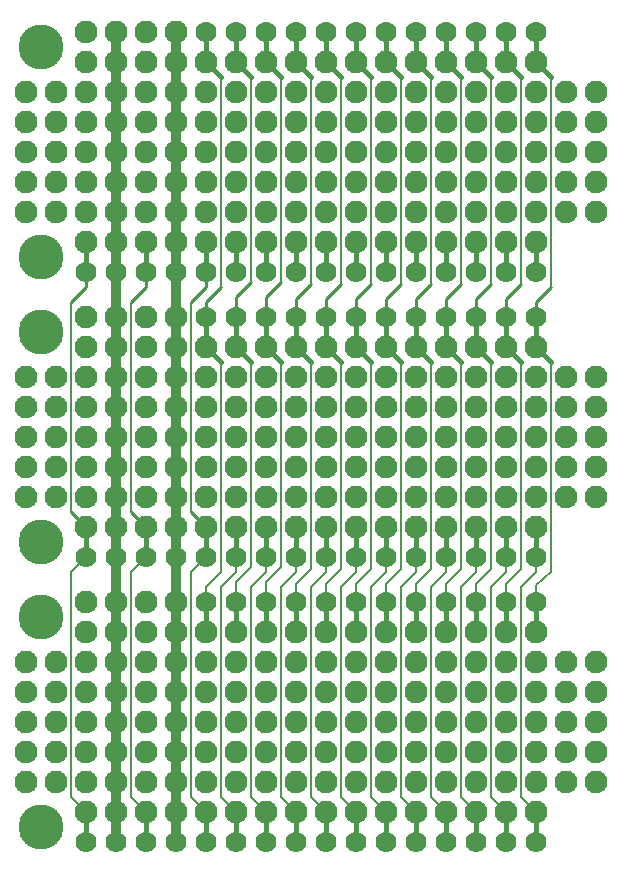
<source format=gbr>
G04 EAGLE Gerber RS-274X export*
G75*
%MOMM*%
%FSLAX34Y34*%
%LPD*%
%INBottom Copper*%
%IPPOS*%
%AMOC8*
5,1,8,0,0,1.08239X$1,22.5*%
G01*
%ADD10C,3.810000*%
%ADD11C,1.778000*%
%ADD12C,1.930400*%
%ADD13C,0.406400*%
%ADD14C,0.203200*%
%ADD15C,0.254000*%
%ADD16C,0.812800*%


D10*
X25400Y203200D03*
X25400Y25400D03*
D11*
X165100Y215900D03*
X190500Y215900D03*
X215900Y215900D03*
X241300Y215900D03*
X266700Y215900D03*
X292100Y215900D03*
X317500Y215900D03*
X342900Y215900D03*
X368300Y215900D03*
X393700Y215900D03*
X419100Y215900D03*
X444500Y215900D03*
X165100Y12700D03*
X190500Y12700D03*
X215900Y12700D03*
X241300Y12700D03*
X266700Y12700D03*
X292100Y12700D03*
X317500Y12700D03*
X342900Y12700D03*
X368300Y12700D03*
X393700Y12700D03*
X419100Y12700D03*
X444500Y12700D03*
X139700Y12700D03*
X114300Y12700D03*
X88900Y12700D03*
X63500Y12700D03*
D12*
X444500Y38100D03*
X419100Y38100D03*
X393700Y38100D03*
X368300Y38100D03*
X342900Y38100D03*
X317500Y38100D03*
X292100Y38100D03*
X266700Y38100D03*
X241300Y38100D03*
X215900Y38100D03*
X190500Y38100D03*
X165100Y38100D03*
X139700Y38100D03*
X114300Y38100D03*
X88900Y38100D03*
X63500Y38100D03*
X165100Y190500D03*
X190500Y190500D03*
X215900Y190500D03*
X241300Y190500D03*
X266700Y190500D03*
X292100Y190500D03*
X317500Y190500D03*
X342900Y190500D03*
X368300Y190500D03*
X393700Y190500D03*
X419100Y190500D03*
X444500Y190500D03*
D10*
X25400Y444500D03*
X25400Y266700D03*
D11*
X165100Y457200D03*
X190500Y457200D03*
X215900Y457200D03*
X241300Y457200D03*
X266700Y457200D03*
X292100Y457200D03*
X317500Y457200D03*
X342900Y457200D03*
X368300Y457200D03*
X393700Y457200D03*
X419100Y457200D03*
X444500Y457200D03*
X165100Y254000D03*
X190500Y254000D03*
X215900Y254000D03*
X241300Y254000D03*
X266700Y254000D03*
X292100Y254000D03*
X317500Y254000D03*
X342900Y254000D03*
X368300Y254000D03*
X393700Y254000D03*
X419100Y254000D03*
X444500Y254000D03*
X139700Y254000D03*
X114300Y254000D03*
X88900Y254000D03*
X63500Y254000D03*
D12*
X444500Y279400D03*
X419100Y279400D03*
X393700Y279400D03*
X368300Y279400D03*
X342900Y279400D03*
X317500Y279400D03*
X292100Y279400D03*
X266700Y279400D03*
X241300Y279400D03*
X215900Y279400D03*
X190500Y279400D03*
X165100Y279400D03*
X139700Y279400D03*
X114300Y279400D03*
X88900Y279400D03*
X63500Y279400D03*
X165100Y431800D03*
X190500Y431800D03*
X215900Y431800D03*
X241300Y431800D03*
X266700Y431800D03*
X292100Y431800D03*
X317500Y431800D03*
X342900Y431800D03*
X368300Y431800D03*
X393700Y431800D03*
X419100Y431800D03*
X444500Y431800D03*
X165100Y673100D03*
X190500Y673100D03*
X215900Y673100D03*
X241300Y673100D03*
X266700Y673100D03*
X292100Y673100D03*
X317500Y673100D03*
X342900Y673100D03*
X368300Y673100D03*
X393700Y673100D03*
X419100Y673100D03*
X444500Y673100D03*
X444500Y520700D03*
X419100Y520700D03*
X393700Y520700D03*
X368300Y520700D03*
X342900Y520700D03*
X317500Y520700D03*
X292100Y520700D03*
X266700Y520700D03*
X241300Y520700D03*
X215900Y520700D03*
X190500Y520700D03*
X165100Y520700D03*
X139700Y520700D03*
X114300Y520700D03*
X88900Y520700D03*
X63500Y520700D03*
D10*
X25400Y685800D03*
X25400Y508000D03*
D11*
X165100Y698500D03*
X190500Y698500D03*
X215900Y698500D03*
X241300Y698500D03*
X266700Y698500D03*
X292100Y698500D03*
X317500Y698500D03*
X342900Y698500D03*
X368300Y698500D03*
X393700Y698500D03*
X419100Y698500D03*
X444500Y698500D03*
X165100Y495300D03*
X190500Y495300D03*
X215900Y495300D03*
X241300Y495300D03*
X266700Y495300D03*
X292100Y495300D03*
X317500Y495300D03*
X342900Y495300D03*
X368300Y495300D03*
X393700Y495300D03*
X419100Y495300D03*
X444500Y495300D03*
X139700Y495300D03*
X114300Y495300D03*
X88900Y495300D03*
X63500Y495300D03*
D13*
X444500Y38100D02*
X444500Y12700D01*
X444500Y254000D02*
X444500Y279400D01*
D14*
X431800Y50800D02*
X444500Y38100D01*
X431800Y50800D02*
X431800Y228600D01*
X444500Y241300D01*
X444500Y254000D01*
D13*
X444500Y495300D02*
X444500Y520700D01*
X419100Y38100D02*
X419100Y12700D01*
X419100Y254000D02*
X419100Y279400D01*
D14*
X406400Y50800D02*
X419100Y38100D01*
X406400Y50800D02*
X406400Y228600D01*
X419100Y241300D01*
X419100Y254000D01*
D13*
X419100Y495300D02*
X419100Y520700D01*
X393700Y38100D02*
X393700Y12700D01*
X393700Y254000D02*
X393700Y279400D01*
D14*
X381000Y50800D02*
X393700Y38100D01*
X381000Y50800D02*
X381000Y228600D01*
X393700Y241300D01*
X393700Y254000D01*
D13*
X393700Y495300D02*
X393700Y520700D01*
X368300Y38100D02*
X368300Y12700D01*
X368300Y254000D02*
X368300Y279400D01*
D14*
X355600Y50800D02*
X368300Y38100D01*
X355600Y50800D02*
X355600Y228600D01*
X368300Y241300D01*
X368300Y254000D01*
D13*
X368300Y495300D02*
X368300Y520700D01*
X342900Y38100D02*
X342900Y12700D01*
X342900Y254000D02*
X342900Y279400D01*
D14*
X330200Y50800D02*
X342900Y38100D01*
X330200Y50800D02*
X330200Y228600D01*
X342900Y241300D01*
X342900Y254000D01*
D13*
X342900Y495300D02*
X342900Y520700D01*
X317500Y38100D02*
X317500Y12700D01*
X317500Y254000D02*
X317500Y279400D01*
D14*
X304800Y50800D02*
X317500Y38100D01*
X304800Y50800D02*
X304800Y228600D01*
X317500Y241300D01*
X317500Y254000D01*
D13*
X317500Y495300D02*
X317500Y520700D01*
X292100Y38100D02*
X292100Y12700D01*
X292100Y254000D02*
X292100Y279400D01*
D14*
X279400Y50800D02*
X292100Y38100D01*
X279400Y50800D02*
X279400Y228600D01*
X292100Y241300D01*
X292100Y254000D01*
D13*
X292100Y495300D02*
X292100Y520700D01*
X266700Y38100D02*
X266700Y12700D01*
X266700Y254000D02*
X266700Y279400D01*
D14*
X254000Y50800D02*
X266700Y38100D01*
X254000Y50800D02*
X254000Y228600D01*
X266700Y241300D01*
X266700Y254000D01*
D13*
X266700Y495300D02*
X266700Y520700D01*
X241300Y38100D02*
X241300Y12700D01*
X241300Y254000D02*
X241300Y279400D01*
D14*
X228600Y50800D02*
X241300Y38100D01*
X228600Y50800D02*
X228600Y228600D01*
X241300Y241300D01*
X241300Y254000D01*
D13*
X241300Y495300D02*
X241300Y520700D01*
X215900Y38100D02*
X215900Y12700D01*
X215900Y254000D02*
X215900Y279400D01*
D14*
X203200Y50800D02*
X215900Y38100D01*
X203200Y50800D02*
X203200Y228600D01*
X215900Y241300D01*
X215900Y254000D01*
D13*
X215900Y495300D02*
X215900Y520700D01*
X190500Y38100D02*
X190500Y12700D01*
X190500Y254000D02*
X190500Y279400D01*
D14*
X177800Y50800D02*
X190500Y38100D01*
X177800Y50800D02*
X177800Y228600D01*
X190500Y241300D01*
X190500Y254000D01*
D13*
X190500Y495300D02*
X190500Y520700D01*
X165100Y38100D02*
X165100Y12700D01*
X165100Y254000D02*
X165100Y279400D01*
D14*
X152400Y50800D02*
X165100Y38100D01*
X152400Y50800D02*
X152400Y241300D01*
X165100Y254000D01*
D13*
X165100Y495300D02*
X165100Y520700D01*
D15*
X152400Y292100D02*
X165100Y279400D01*
D14*
X152400Y292100D02*
X152400Y469900D01*
D15*
X165100Y482600D01*
X165100Y495300D01*
D16*
X139700Y38100D02*
X139700Y12700D01*
X139700Y38100D02*
X139700Y63500D01*
X139700Y88900D01*
X139700Y114300D01*
X139700Y139700D01*
X139700Y165100D01*
X139700Y190500D01*
X139700Y215900D01*
X139700Y254000D01*
X139700Y279400D01*
D12*
X139700Y63500D03*
X139700Y88900D03*
X139700Y114300D03*
X139700Y139700D03*
X139700Y165100D03*
X139700Y190500D03*
X139700Y215900D03*
D16*
X139700Y279400D02*
X139700Y304800D01*
D12*
X139700Y457200D03*
D16*
X139700Y330200D02*
X139700Y304800D01*
X139700Y330200D02*
X139700Y355600D01*
X139700Y381000D01*
X139700Y406400D01*
X139700Y431800D01*
X139700Y457200D01*
D12*
X139700Y431800D03*
X139700Y406400D03*
X139700Y381000D03*
X139700Y355600D03*
X139700Y330200D03*
X139700Y304800D03*
D16*
X139700Y520700D02*
X139700Y546100D01*
D12*
X139700Y698500D03*
D16*
X139700Y571500D02*
X139700Y546100D01*
X139700Y571500D02*
X139700Y596900D01*
X139700Y622300D01*
X139700Y647700D01*
X139700Y673100D01*
X139700Y698500D01*
D12*
X139700Y673100D03*
X139700Y647700D03*
X139700Y622300D03*
X139700Y596900D03*
X139700Y571500D03*
X139700Y546100D03*
D16*
X139700Y520700D02*
X139700Y495300D01*
X139700Y457200D01*
D13*
X114300Y38100D02*
X114300Y12700D01*
X114300Y254000D02*
X114300Y279400D01*
D14*
X101600Y50800D02*
X114300Y38100D01*
X101600Y50800D02*
X101600Y241300D01*
X114300Y254000D01*
D13*
X114300Y495300D02*
X114300Y520700D01*
D15*
X101600Y292100D02*
X114300Y279400D01*
D14*
X101600Y292100D02*
X101600Y469900D01*
D15*
X114300Y482600D01*
X114300Y495300D01*
D16*
X88900Y38100D02*
X88900Y12700D01*
X88900Y254000D02*
X88900Y279400D01*
X88900Y63500D02*
X88900Y38100D01*
X88900Y63500D02*
X88900Y88900D01*
D12*
X88900Y63500D03*
D16*
X88900Y88900D02*
X88900Y114300D01*
D12*
X88900Y88900D03*
D16*
X88900Y114300D02*
X88900Y139700D01*
D12*
X88900Y114300D03*
D16*
X88900Y139700D02*
X88900Y165100D01*
D12*
X88900Y139700D03*
D16*
X88900Y165100D02*
X88900Y190500D01*
D12*
X88900Y165100D03*
D16*
X88900Y190500D02*
X88900Y215900D01*
D12*
X88900Y190500D03*
D16*
X88900Y215900D02*
X88900Y254000D01*
D12*
X88900Y215900D03*
D16*
X88900Y279400D02*
X88900Y304800D01*
X88900Y330200D01*
D12*
X88900Y304800D03*
D16*
X88900Y330200D02*
X88900Y355600D01*
D12*
X88900Y330200D03*
D16*
X88900Y355600D02*
X88900Y381000D01*
D12*
X88900Y355600D03*
D16*
X88900Y381000D02*
X88900Y406400D01*
D12*
X88900Y381000D03*
D16*
X88900Y406400D02*
X88900Y431800D01*
D12*
X88900Y406400D03*
D16*
X88900Y431800D02*
X88900Y457200D01*
D12*
X88900Y431800D03*
X88900Y457200D03*
D16*
X88900Y520700D02*
X88900Y546100D01*
X88900Y571500D01*
D12*
X88900Y546100D03*
D16*
X88900Y571500D02*
X88900Y596900D01*
D12*
X88900Y571500D03*
D16*
X88900Y596900D02*
X88900Y622300D01*
D12*
X88900Y596900D03*
D16*
X88900Y622300D02*
X88900Y647700D01*
D12*
X88900Y622300D03*
D16*
X88900Y647700D02*
X88900Y673100D01*
D12*
X88900Y647700D03*
D16*
X88900Y673100D02*
X88900Y698500D01*
D12*
X88900Y673100D03*
X88900Y698500D03*
D16*
X88900Y520700D02*
X88900Y495300D01*
X88900Y457200D01*
D13*
X63500Y38100D02*
X63500Y12700D01*
X63500Y254000D02*
X63500Y279400D01*
D14*
X50800Y50800D02*
X63500Y38100D01*
X50800Y50800D02*
X50800Y241300D01*
X63500Y254000D01*
D13*
X63500Y495300D02*
X63500Y520700D01*
D15*
X50800Y292100D02*
X63500Y279400D01*
D14*
X50800Y292100D02*
X50800Y469900D01*
D15*
X63500Y482600D01*
X63500Y495300D01*
D13*
X165100Y215900D02*
X165100Y190500D01*
X165100Y431800D02*
X165100Y457200D01*
D14*
X177800Y241300D02*
X165100Y228600D01*
X165100Y215900D01*
X177800Y241300D02*
X177800Y419100D01*
D13*
X165100Y431800D01*
D14*
X177800Y482600D02*
X177800Y660400D01*
D13*
X165100Y673100D01*
X165100Y698500D01*
D15*
X177800Y482600D02*
X165100Y469900D01*
X165100Y457200D01*
D13*
X190500Y215900D02*
X190500Y190500D01*
X190500Y431800D02*
X190500Y457200D01*
D14*
X203200Y245110D02*
X190500Y232410D01*
X190500Y215900D01*
X203200Y245110D02*
X203200Y419100D01*
D13*
X190500Y431800D01*
D14*
X203200Y486410D02*
X203200Y660400D01*
D13*
X190500Y673100D01*
X190500Y698500D01*
D15*
X203200Y486410D02*
X190500Y473710D01*
X190500Y457200D01*
D13*
X215900Y215900D02*
X215900Y190500D01*
X215900Y431800D02*
X215900Y457200D01*
D14*
X215900Y232410D02*
X215900Y215900D01*
X215900Y232410D02*
X228600Y245110D01*
X228600Y419100D01*
D13*
X215900Y431800D01*
D14*
X228600Y486410D02*
X228600Y660400D01*
D13*
X215900Y673100D01*
X215900Y698500D01*
D15*
X228600Y486410D02*
X215900Y473710D01*
X215900Y457200D01*
D13*
X241300Y215900D02*
X241300Y190500D01*
X241300Y431800D02*
X241300Y457200D01*
D14*
X241300Y231140D02*
X241300Y215900D01*
X241300Y231140D02*
X254000Y243840D01*
X254000Y419100D01*
D13*
X241300Y431800D01*
D14*
X254000Y485140D02*
X254000Y660400D01*
D13*
X241300Y673100D01*
X241300Y698500D01*
D15*
X254000Y485140D02*
X241300Y472440D01*
X241300Y457200D01*
D13*
X266700Y215900D02*
X266700Y190500D01*
X266700Y431800D02*
X266700Y457200D01*
D14*
X266700Y231140D02*
X266700Y215900D01*
X266700Y231140D02*
X279400Y243840D01*
X279400Y419100D01*
D13*
X266700Y431800D01*
D14*
X279400Y485140D02*
X279400Y660400D01*
D13*
X266700Y673100D01*
X266700Y698500D01*
D15*
X279400Y485140D02*
X266700Y472440D01*
X266700Y457200D01*
D13*
X292100Y215900D02*
X292100Y190500D01*
X292100Y431800D02*
X292100Y457200D01*
D14*
X304800Y243840D02*
X292100Y231140D01*
X292100Y215900D01*
X304800Y243840D02*
X304800Y419100D01*
D13*
X292100Y431800D01*
D14*
X304800Y485140D02*
X304800Y660400D01*
D13*
X292100Y673100D01*
X292100Y698500D01*
D15*
X304800Y485140D02*
X292100Y472440D01*
X292100Y457200D01*
D13*
X317500Y215900D02*
X317500Y190500D01*
X317500Y431800D02*
X317500Y457200D01*
D14*
X317500Y231140D02*
X317500Y215900D01*
X317500Y231140D02*
X330200Y243840D01*
X330200Y419100D01*
D13*
X317500Y431800D01*
D14*
X330200Y485140D02*
X330200Y660400D01*
D13*
X317500Y673100D01*
X317500Y698500D01*
D15*
X330200Y485140D02*
X317500Y472440D01*
X317500Y457200D01*
D13*
X342900Y215900D02*
X342900Y190500D01*
X342900Y431800D02*
X342900Y457200D01*
D14*
X355600Y243840D02*
X342900Y231140D01*
X342900Y215900D01*
X355600Y243840D02*
X355600Y419100D01*
D13*
X342900Y431800D01*
D14*
X355600Y485140D02*
X355600Y660400D01*
D13*
X342900Y673100D01*
X342900Y698500D01*
D15*
X355600Y485140D02*
X342900Y472440D01*
X342900Y457200D01*
D13*
X368300Y215900D02*
X368300Y190500D01*
X368300Y431800D02*
X368300Y457200D01*
D14*
X368300Y231140D02*
X368300Y215900D01*
X368300Y231140D02*
X381000Y243840D01*
X381000Y419100D01*
D13*
X368300Y431800D01*
D14*
X381000Y485140D02*
X381000Y660400D01*
D13*
X368300Y673100D01*
X368300Y698500D01*
D15*
X381000Y485140D02*
X368300Y472440D01*
X368300Y457200D01*
D13*
X393700Y210820D02*
X393700Y190500D01*
D14*
X393700Y210820D02*
X393700Y215900D01*
D13*
X393700Y431800D02*
X393700Y457200D01*
D14*
X406400Y243840D02*
X393700Y231140D01*
X393700Y215900D01*
X406400Y243840D02*
X406400Y419100D01*
D13*
X393700Y431800D01*
D14*
X406400Y485140D02*
X406400Y660400D01*
D13*
X393700Y673100D01*
X393700Y698500D01*
D15*
X406400Y485140D02*
X393700Y472440D01*
X393700Y457200D01*
D13*
X419100Y215900D02*
X419100Y190500D01*
X419100Y431800D02*
X419100Y457200D01*
D14*
X431800Y243840D02*
X419100Y231140D01*
X419100Y215900D01*
X431800Y243840D02*
X431800Y419100D01*
D13*
X419100Y431800D01*
D14*
X431800Y485140D02*
X431800Y660400D01*
D13*
X419100Y673100D01*
X419100Y698500D01*
D15*
X431800Y485140D02*
X419100Y472440D01*
X419100Y457200D01*
D13*
X444500Y215900D02*
X444500Y190500D01*
X444500Y431800D02*
X444500Y457200D01*
D14*
X444500Y229870D02*
X444500Y215900D01*
X444500Y229870D02*
X457200Y241300D01*
X457200Y419100D01*
D13*
X444500Y431800D01*
D14*
X457200Y482600D02*
X457200Y660400D01*
D13*
X444500Y673100D01*
X444500Y698500D01*
D15*
X457200Y482600D02*
X444500Y469900D01*
X444500Y457200D01*
D12*
X63500Y63500D03*
X114300Y63500D03*
X114300Y88900D03*
X63500Y88900D03*
X63500Y114300D03*
X38100Y63500D03*
X12700Y63500D03*
X12700Y88900D03*
X38100Y88900D03*
X38100Y114300D03*
X12700Y114300D03*
X12700Y139700D03*
X38100Y139700D03*
X63500Y139700D03*
X114300Y139700D03*
X114300Y114300D03*
X12700Y165100D03*
X38100Y165100D03*
X63500Y165100D03*
X114300Y165100D03*
X114300Y215900D03*
X114300Y190500D03*
X63500Y215900D03*
X63500Y190500D03*
X165100Y63500D03*
X165100Y88900D03*
X165100Y114300D03*
X165100Y139700D03*
X165100Y165100D03*
X190500Y165100D03*
X190500Y139700D03*
X190500Y114300D03*
X190500Y88900D03*
X190500Y63500D03*
X215900Y63500D03*
X215900Y88900D03*
X215900Y114300D03*
X215900Y139700D03*
X215900Y165100D03*
X241300Y165100D03*
X241300Y139700D03*
X241300Y114300D03*
X241300Y88900D03*
X241300Y63500D03*
X266700Y63500D03*
X266700Y88900D03*
X266700Y114300D03*
X266700Y139700D03*
X266700Y165100D03*
X292100Y165100D03*
X292100Y139700D03*
X292100Y114300D03*
X292100Y88900D03*
X292100Y63500D03*
X317500Y63500D03*
X342900Y63500D03*
X368300Y63500D03*
X393700Y63500D03*
X419100Y63500D03*
X419100Y88900D03*
X419100Y114300D03*
X419100Y139700D03*
X419100Y165100D03*
X393700Y165100D03*
X393700Y139700D03*
X393700Y114300D03*
X393700Y88900D03*
X368300Y88900D03*
X368300Y114300D03*
X368300Y139700D03*
X368300Y165100D03*
X342900Y165100D03*
X342900Y139700D03*
X342900Y114300D03*
X342900Y88900D03*
X317500Y88900D03*
X317500Y114300D03*
X317500Y139700D03*
X317500Y165100D03*
X444500Y165100D03*
X444500Y139700D03*
X444500Y114300D03*
X444500Y88900D03*
X444500Y63500D03*
X469900Y63500D03*
X495300Y63500D03*
X495300Y88900D03*
X469900Y88900D03*
X469900Y114300D03*
X495300Y114300D03*
X495300Y139700D03*
X469900Y139700D03*
X469900Y165100D03*
X495300Y165100D03*
X444500Y304800D03*
X444500Y330200D03*
X444500Y355600D03*
X444500Y381000D03*
X444500Y406400D03*
X419100Y406400D03*
X419100Y381000D03*
X419100Y355600D03*
X419100Y330200D03*
X419100Y304800D03*
X469900Y304800D03*
X469900Y330200D03*
X469900Y355600D03*
X469900Y381000D03*
X469900Y406400D03*
X495300Y406400D03*
X495300Y381000D03*
X495300Y355600D03*
X495300Y330200D03*
X495300Y304800D03*
X393700Y304800D03*
X393700Y330200D03*
X393700Y355600D03*
X393700Y381000D03*
X393700Y406400D03*
X368300Y406400D03*
X368300Y381000D03*
X368300Y355600D03*
X368300Y330200D03*
X368300Y304800D03*
X342900Y304800D03*
X342900Y330200D03*
X342900Y355600D03*
X342900Y381000D03*
X342900Y406400D03*
X317500Y406400D03*
X317500Y381000D03*
X317500Y355600D03*
X317500Y330200D03*
X317500Y304800D03*
X292100Y304800D03*
X292100Y330200D03*
X292100Y355600D03*
X292100Y381000D03*
X292100Y406400D03*
X266700Y406400D03*
X266700Y381000D03*
X266700Y355600D03*
X266700Y330200D03*
X266700Y304800D03*
X241300Y304800D03*
X241300Y330200D03*
X241300Y355600D03*
X241300Y381000D03*
X241300Y406400D03*
X215900Y406400D03*
X215900Y381000D03*
X215900Y355600D03*
X215900Y330200D03*
X215900Y304800D03*
X190500Y304800D03*
X190500Y330200D03*
X190500Y355600D03*
X190500Y381000D03*
X190500Y406400D03*
X165100Y406400D03*
X165100Y381000D03*
X165100Y355600D03*
X165100Y330200D03*
X165100Y304800D03*
X114300Y304800D03*
X114300Y330200D03*
X114300Y355600D03*
X114300Y381000D03*
X114300Y406400D03*
X114300Y431800D03*
X114300Y457200D03*
X63500Y304800D03*
X63500Y330200D03*
X63500Y355600D03*
X63500Y381000D03*
X63500Y406400D03*
X63500Y431800D03*
X63500Y457200D03*
X38100Y406400D03*
X12700Y406400D03*
X12700Y381000D03*
X38100Y381000D03*
X38100Y355600D03*
X12700Y355600D03*
X12700Y330200D03*
X38100Y330200D03*
X38100Y304800D03*
X12700Y304800D03*
X444500Y546100D03*
X444500Y571500D03*
X444500Y596900D03*
X444500Y622300D03*
X444500Y647700D03*
X419100Y647700D03*
X419100Y622300D03*
X419100Y596900D03*
X419100Y571500D03*
X419100Y546100D03*
X469900Y546100D03*
X469900Y571500D03*
X469900Y596900D03*
X469900Y622300D03*
X469900Y647700D03*
X495300Y647700D03*
X495300Y622300D03*
X495300Y596900D03*
X495300Y571500D03*
X495300Y546100D03*
X393700Y546100D03*
X393700Y571500D03*
X393700Y596900D03*
X393700Y622300D03*
X393700Y647700D03*
X368300Y647700D03*
X368300Y622300D03*
X368300Y596900D03*
X368300Y571500D03*
X368300Y546100D03*
X342900Y546100D03*
X342900Y571500D03*
X342900Y596900D03*
X342900Y622300D03*
X342900Y647700D03*
X317500Y647700D03*
X317500Y622300D03*
X317500Y596900D03*
X317500Y571500D03*
X317500Y546100D03*
X292100Y546100D03*
X292100Y571500D03*
X292100Y596900D03*
X292100Y622300D03*
X292100Y647700D03*
X266700Y647700D03*
X266700Y622300D03*
X266700Y596900D03*
X266700Y571500D03*
X266700Y546100D03*
X241300Y546100D03*
X241300Y571500D03*
X241300Y596900D03*
X241300Y622300D03*
X241300Y647700D03*
X215900Y647700D03*
X215900Y622300D03*
X215900Y596900D03*
X215900Y571500D03*
X215900Y546100D03*
X190500Y546100D03*
X190500Y571500D03*
X190500Y596900D03*
X190500Y622300D03*
X190500Y647700D03*
X165100Y647700D03*
X165100Y622300D03*
X165100Y596900D03*
X165100Y571500D03*
X165100Y546100D03*
X114300Y546100D03*
X114300Y571500D03*
X114300Y596900D03*
X114300Y622300D03*
X114300Y647700D03*
X114300Y673100D03*
X114300Y698500D03*
X63500Y546100D03*
X63500Y571500D03*
X63500Y596900D03*
X63500Y622300D03*
X63500Y647700D03*
X63500Y673100D03*
X63500Y698500D03*
X38100Y647700D03*
X12700Y647700D03*
X12700Y622300D03*
X38100Y622300D03*
X38100Y596900D03*
X12700Y596900D03*
X12700Y571500D03*
X38100Y571500D03*
X38100Y546100D03*
X12700Y546100D03*
M02*

</source>
